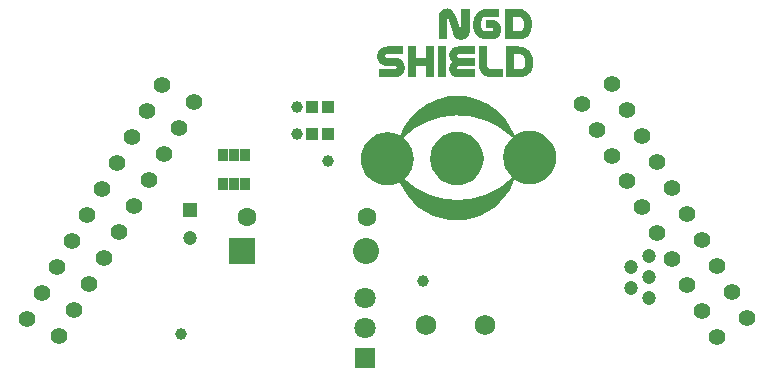
<source format=gts>
%FSLAX44Y44*%
%MOMM*%
G71*
G01*
G75*
G04 Layer_Color=8388736*
%ADD10C,0.2540*%
%ADD11R,0.6500X0.9000*%
%ADD12R,0.8000X0.9000*%
%ADD13C,1.2000*%
%ADD14C,0.8000*%
%ADD15C,0.7000*%
%ADD16C,0.2000*%
%ADD17C,1.4000*%
%ADD18C,2.0000*%
%ADD19R,2.0000X2.0000*%
%ADD20C,1.5240*%
%ADD21R,1.0000X1.0000*%
%ADD22C,1.0000*%
%ADD23C,1.6000*%
%ADD24R,1.6000X1.6000*%
%ADD25C,1.2000*%
%ADD26C,0.8000*%
%ADD27O,0.6000X2.2000*%
%ADD28R,0.9000X0.8000*%
%ADD29C,0.5000*%
%ADD30C,0.2500*%
%ADD31C,0.0250*%
%ADD32C,0.4000*%
%ADD33C,0.1500*%
%ADD34R,0.8000X2.8000*%
%ADD35R,0.8532X1.1032*%
%ADD36R,1.0032X1.1032*%
%ADD37C,1.6032*%
%ADD38C,2.2032*%
%ADD39R,2.2032X2.2032*%
%ADD40C,1.7272*%
%ADD41R,1.2032X1.2032*%
%ADD42C,1.2032*%
%ADD43C,1.8032*%
%ADD44R,1.8032X1.8032*%
%ADD45C,1.4032*%
%ADD46C,1.0032*%
G36*
X47878Y263900D02*
X41155D01*
Y289958D01*
X47878D01*
Y263900D01*
D02*
G37*
G36*
X72530Y283235D02*
X58820D01*
X58556Y283190D01*
X58249Y283059D01*
X57941Y282795D01*
X57897Y282707D01*
X57765Y282487D01*
X57589Y282180D01*
X57545Y281784D01*
Y281740D01*
Y281696D01*
X57589Y281433D01*
X57677Y281081D01*
X57897Y280730D01*
X57985Y280686D01*
X58161Y280554D01*
X58512Y280378D01*
X58952Y280334D01*
X72530D01*
Y273611D01*
X58820D01*
X58556Y273567D01*
X58249Y273435D01*
X57941Y273172D01*
X57897Y273084D01*
X57765Y272908D01*
X57589Y272557D01*
X57545Y272117D01*
Y272073D01*
Y272029D01*
X57589Y271722D01*
X57721Y271370D01*
X57941Y271019D01*
X58029Y270975D01*
X58205Y270843D01*
X58556Y270667D01*
X58952Y270623D01*
X72530D01*
Y263900D01*
X57677D01*
X57370Y263944D01*
X56930Y263988D01*
X56447Y264032D01*
X55920Y264164D01*
X55392Y264296D01*
X54865Y264471D01*
X54821Y264515D01*
X54645Y264603D01*
X54382Y264735D01*
X54074Y264911D01*
X53723Y265130D01*
X53327Y265438D01*
X52976Y265746D01*
X52624Y266097D01*
X52580Y266141D01*
X52492Y266273D01*
X52316Y266493D01*
X52141Y266756D01*
X51921Y267108D01*
X51701Y267547D01*
X51481Y267987D01*
X51262Y268470D01*
Y268514D01*
X51174Y268734D01*
X51130Y268997D01*
X51042Y269349D01*
X50954Y269788D01*
X50866Y270272D01*
X50822Y270799D01*
X50778Y271370D01*
Y271414D01*
Y271502D01*
Y271634D01*
X50822Y271810D01*
X50866Y272293D01*
X50954Y272820D01*
Y272864D01*
X50998Y272952D01*
X51042Y273128D01*
X51086Y273304D01*
X51262Y273787D01*
X51481Y274358D01*
Y274402D01*
X51569Y274490D01*
X51657Y274666D01*
X51745Y274841D01*
X52053Y275325D01*
X52448Y275852D01*
X52492Y275896D01*
X52536Y275984D01*
X52668Y276116D01*
X52844Y276248D01*
X53239Y276643D01*
X53766Y277039D01*
X53679Y277083D01*
X53503Y277214D01*
X53195Y277434D01*
X52844Y277742D01*
X52448Y278137D01*
X52097Y278577D01*
X51745Y279104D01*
X51438Y279675D01*
X51394Y279763D01*
X51350Y279939D01*
X51262Y280290D01*
X51130Y280730D01*
X50998Y281257D01*
X50910Y281828D01*
X50866Y282487D01*
X50822Y283147D01*
Y283190D01*
Y283366D01*
X50866Y283630D01*
Y283981D01*
X50954Y284377D01*
X51042Y284816D01*
X51130Y285256D01*
X51306Y285739D01*
X51350Y285783D01*
X51394Y285959D01*
X51525Y286179D01*
X51701Y286486D01*
X52141Y287189D01*
X52756Y287892D01*
X52800Y287936D01*
X52931Y288068D01*
X53107Y288200D01*
X53371Y288420D01*
X53723Y288683D01*
X54074Y288903D01*
X54514Y289167D01*
X54997Y289386D01*
X55041Y289430D01*
X55216Y289474D01*
X55524Y289562D01*
X55876Y289694D01*
X56315Y289782D01*
X56798Y289870D01*
X57370Y289914D01*
X57985Y289958D01*
X72530D01*
Y283235D01*
D02*
G37*
G36*
X82636Y275325D02*
Y275281D01*
Y275237D01*
Y274973D01*
X82724Y274534D01*
X82812Y274051D01*
X82944Y273479D01*
X83164Y272908D01*
X83471Y272337D01*
X83867Y271854D01*
X83911Y271810D01*
X84086Y271678D01*
X84394Y271458D01*
X84789Y271238D01*
X85273Y271019D01*
X85888Y270799D01*
X86591Y270667D01*
X87426Y270623D01*
X95907D01*
Y263900D01*
X87074D01*
X86811Y263944D01*
X86547D01*
X85844Y263988D01*
X85053Y264076D01*
X84174Y264251D01*
X83295Y264427D01*
X82461Y264691D01*
X82417D01*
X82373Y264735D01*
X82109Y264823D01*
X81670Y265042D01*
X81186Y265262D01*
X80615Y265614D01*
X80000Y266009D01*
X79385Y266449D01*
X78813Y266976D01*
X78769Y267064D01*
X78594Y267240D01*
X78330Y267547D01*
X77979Y267987D01*
X77627Y268514D01*
X77275Y269129D01*
X76924Y269832D01*
X76616Y270579D01*
Y270623D01*
X76572Y270667D01*
Y270799D01*
X76528Y270931D01*
X76397Y271370D01*
X76265Y271985D01*
X76133Y272644D01*
X76045Y273479D01*
X75957Y274358D01*
X75913Y275325D01*
Y289958D01*
X82636D01*
Y275325D01*
D02*
G37*
G36*
X11494Y283235D02*
X-2216D01*
X-2479Y283190D01*
X-2787Y283059D01*
X-3095Y282795D01*
X-3138Y282707D01*
X-3270Y282487D01*
X-3446Y282180D01*
X-3490Y281784D01*
Y281740D01*
Y281696D01*
X-3446Y281433D01*
X-3314Y281081D01*
X-3095Y280730D01*
X-3007Y280686D01*
X-2831Y280554D01*
X-2479Y280378D01*
X-2084Y280334D01*
X4815D01*
X5079Y280290D01*
X5430D01*
X5826Y280246D01*
X6748Y280071D01*
X7759Y279851D01*
X8814Y279455D01*
X9824Y278972D01*
X10308Y278621D01*
X10747Y278269D01*
X10791Y278225D01*
X10835Y278181D01*
X10967Y278049D01*
X11099Y277873D01*
X11274Y277654D01*
X11494Y277434D01*
X11714Y277083D01*
X11934Y276731D01*
X12109Y276336D01*
X12329Y275896D01*
X12549Y275369D01*
X12725Y274841D01*
X12856Y274226D01*
X12988Y273567D01*
X13032Y272864D01*
X13076Y272117D01*
Y272073D01*
Y271941D01*
Y271722D01*
X13032Y271458D01*
X12988Y271106D01*
X12944Y270711D01*
X12812Y269832D01*
X12505Y268822D01*
X12109Y267811D01*
X11846Y267283D01*
X11538Y266844D01*
X11187Y266361D01*
X10791Y265965D01*
X10747D01*
X10703Y265877D01*
X10572Y265790D01*
X10352Y265658D01*
X10132Y265482D01*
X9868Y265306D01*
X9517Y265130D01*
X9121Y264955D01*
X8682Y264735D01*
X8199Y264559D01*
X7671Y264383D01*
X7100Y264208D01*
X6485Y264076D01*
X5826Y263988D01*
X5079Y263944D01*
X4332Y263900D01*
X-9027D01*
Y270623D01*
X5210D01*
X5430Y270667D01*
X5694Y270799D01*
X5957Y271019D01*
X6001Y271106D01*
X6133Y271326D01*
X6265Y271678D01*
X6309Y272117D01*
Y272161D01*
Y272205D01*
Y272249D01*
X6265Y272513D01*
X6177Y272864D01*
X5957Y273172D01*
X5914Y273260D01*
X5738Y273391D01*
X5474Y273523D01*
X5123Y273611D01*
X-1908D01*
X-2348Y273655D01*
X-2919Y273699D01*
X-3578Y273787D01*
X-4237Y273919D01*
X-4940Y274095D01*
X-5599Y274358D01*
X-5687Y274402D01*
X-5863Y274490D01*
X-6170Y274666D01*
X-6522Y274886D01*
X-6961Y275149D01*
X-7401Y275457D01*
X-7840Y275852D01*
X-8280Y276248D01*
X-8324Y276292D01*
X-8455Y276467D01*
X-8631Y276687D01*
X-8851Y276995D01*
X-9071Y277390D01*
X-9334Y277830D01*
X-9554Y278313D01*
X-9774Y278840D01*
Y278928D01*
X-9862Y279104D01*
X-9905Y279412D01*
X-9993Y279763D01*
X-10081Y280246D01*
X-10125Y280730D01*
X-10213Y281828D01*
Y281916D01*
Y282092D01*
X-10169Y282400D01*
Y282839D01*
X-10081Y283278D01*
X-9993Y283806D01*
X-9905Y284377D01*
X-9730Y284904D01*
X-9686Y284992D01*
X-9642Y285168D01*
X-9510Y285432D01*
X-9334Y285783D01*
X-9158Y286179D01*
X-8895Y286618D01*
X-8543Y287057D01*
X-8192Y287497D01*
X-8148Y287541D01*
X-8016Y287673D01*
X-7752Y287892D01*
X-7445Y288156D01*
X-7049Y288420D01*
X-6610Y288727D01*
X-6083Y289035D01*
X-5467Y289298D01*
X-5379Y289342D01*
X-5160Y289386D01*
X-4808Y289518D01*
X-4325Y289650D01*
X-3754Y289738D01*
X-3095Y289870D01*
X-2348Y289914D01*
X-1513Y289958D01*
X11494D01*
Y283235D01*
D02*
G37*
G36*
X49565Y322089D02*
X50004Y322046D01*
X50531Y321914D01*
X51191Y321738D01*
X51894Y321430D01*
X52641Y321035D01*
X53344Y320463D01*
X53388D01*
X53432Y320376D01*
X53651Y320156D01*
X54003Y319760D01*
X54398Y319277D01*
X54882Y318618D01*
X55365Y317827D01*
X55804Y316904D01*
X56200Y315850D01*
X60462Y302711D01*
Y302667D01*
X60550Y302579D01*
X60638Y302447D01*
X60770Y302403D01*
X60814D01*
X60902Y302447D01*
X60989Y302579D01*
X61034Y302843D01*
Y321914D01*
X68020D01*
Y302711D01*
Y302623D01*
Y302447D01*
X67976Y302140D01*
X67932Y301744D01*
X67888Y301305D01*
X67801Y300821D01*
X67625Y300294D01*
X67449Y299811D01*
X67405Y299767D01*
X67361Y299591D01*
X67229Y299327D01*
X67053Y299020D01*
X66834Y298668D01*
X66526Y298317D01*
X66219Y297921D01*
X65867Y297570D01*
X65823Y297526D01*
X65691Y297438D01*
X65472Y297262D01*
X65208Y297043D01*
X64856Y296823D01*
X64461Y296603D01*
X64022Y296383D01*
X63538Y296164D01*
X63494D01*
X63319Y296076D01*
X63055Y296032D01*
X62703Y295944D01*
X62264Y295856D01*
X61781Y295768D01*
X61209Y295724D01*
X60638Y295680D01*
X60418D01*
X60243Y295724D01*
X59803Y295768D01*
X59276Y295856D01*
X58617Y296032D01*
X57958Y296252D01*
X57255Y296603D01*
X56551Y297043D01*
X56463Y297086D01*
X56244Y297306D01*
X55936Y297614D01*
X55541Y298053D01*
X55101Y298580D01*
X54662Y299284D01*
X54266Y300075D01*
X53915Y300953D01*
X49345Y315059D01*
Y315103D01*
X49301Y315234D01*
X49213Y315322D01*
X49037Y315366D01*
X48993D01*
X48949Y315322D01*
X48861Y315234D01*
X48818Y315015D01*
Y295900D01*
X41831D01*
Y315059D01*
Y315147D01*
Y315322D01*
X41875Y315630D01*
X41919Y316025D01*
X41963Y316465D01*
X42050Y316948D01*
X42182Y317475D01*
X42358Y317959D01*
X42402Y318003D01*
X42446Y318179D01*
X42578Y318442D01*
X42754Y318750D01*
X42973Y319101D01*
X43237Y319453D01*
X43896Y320200D01*
X43940Y320244D01*
X44072Y320332D01*
X44292Y320508D01*
X44555Y320727D01*
X44907Y320947D01*
X45346Y321167D01*
X45786Y321386D01*
X46269Y321606D01*
X46313Y321650D01*
X46489Y321694D01*
X46796Y321782D01*
X47148Y321870D01*
X47587Y321958D01*
X48071Y322046D01*
X48598Y322133D01*
X49389D01*
X49565Y322089D01*
D02*
G37*
G36*
X92847Y315234D02*
X81862D01*
X81598Y315191D01*
X81247Y315147D01*
X80763Y315059D01*
X80236Y314839D01*
X79709Y314575D01*
X79226Y314224D01*
X78786Y313696D01*
X78742Y313609D01*
X78610Y313433D01*
X78435Y313037D01*
X78259Y312510D01*
X78083Y311851D01*
X77907Y311016D01*
X77775Y310005D01*
X77731Y309434D01*
Y308819D01*
Y308731D01*
Y308555D01*
X77775Y308248D01*
X77819Y307852D01*
X77863Y307369D01*
X77951Y306842D01*
X78083Y306314D01*
X78259Y305743D01*
X78478Y305128D01*
X78742Y304601D01*
X79094Y304073D01*
X79489Y303590D01*
X79973Y303194D01*
X80544Y302887D01*
X81159Y302711D01*
X81906Y302623D01*
X86959D01*
X87179Y302667D01*
X87443Y302799D01*
X87706Y303062D01*
Y303106D01*
X87750Y303150D01*
X87926Y303370D01*
X88058Y303722D01*
X88102Y304117D01*
Y304161D01*
Y304205D01*
X88058Y304469D01*
X87926Y304820D01*
X87706Y305216D01*
Y305260D01*
X87662Y305304D01*
X87487Y305479D01*
X87223Y305655D01*
X87047Y305743D01*
X81818D01*
Y312466D01*
X87311D01*
X87618Y312422D01*
X88058Y312378D01*
X88497Y312290D01*
X89024Y312159D01*
X89552Y311983D01*
X90079Y311763D01*
X90123Y311719D01*
X90343Y311631D01*
X90606Y311499D01*
X90914Y311280D01*
X91309Y311016D01*
X91749Y310708D01*
X92144Y310313D01*
X92540Y309918D01*
X92584Y309874D01*
X92716Y309698D01*
X92891Y309478D01*
X93155Y309170D01*
X93419Y308775D01*
X93682Y308336D01*
X93946Y307808D01*
X94210Y307281D01*
X94254Y307237D01*
X94298Y307017D01*
X94385Y306754D01*
X94517Y306358D01*
X94649Y305919D01*
X94737Y305435D01*
X94781Y304908D01*
X94825Y304337D01*
Y304249D01*
Y304029D01*
X94781Y303678D01*
X94737Y303238D01*
X94649Y302711D01*
X94561Y302140D01*
X94385Y301525D01*
X94166Y300953D01*
X94122Y300909D01*
X94034Y300690D01*
X93902Y300426D01*
X93726Y300075D01*
X93463Y299635D01*
X93199Y299196D01*
X92847Y298756D01*
X92452Y298317D01*
X92408Y298273D01*
X92276Y298141D01*
X92013Y297921D01*
X91749Y297702D01*
X91354Y297394D01*
X90914Y297130D01*
X90475Y296823D01*
X89947Y296559D01*
X89903Y296515D01*
X89728Y296471D01*
X89420Y296383D01*
X89068Y296252D01*
X88629Y296120D01*
X88146Y296032D01*
X87575Y295944D01*
X87003Y295900D01*
X82653D01*
X82433Y295944D01*
X82170D01*
X81862Y295988D01*
X81115Y296120D01*
X80192Y296295D01*
X79181Y296603D01*
X78083Y296999D01*
X76984Y297526D01*
X75886Y298229D01*
X75315Y298624D01*
X74787Y299064D01*
X74260Y299547D01*
X73777Y300118D01*
X73293Y300734D01*
X72898Y301349D01*
X72458Y302096D01*
X72107Y302843D01*
X71799Y303678D01*
X71536Y304601D01*
X71316Y305567D01*
X71140Y306578D01*
X71052Y307676D01*
X71008Y308863D01*
Y308995D01*
Y309039D01*
Y309126D01*
Y309302D01*
X71052Y309566D01*
Y309830D01*
X71096Y310181D01*
X71140Y310577D01*
X71228Y311016D01*
X71404Y311983D01*
X71667Y313081D01*
X72063Y314268D01*
X72546Y315498D01*
X73205Y316684D01*
X73996Y317871D01*
X74480Y318398D01*
X74963Y318969D01*
X75534Y319453D01*
X76106Y319936D01*
X76765Y320376D01*
X77512Y320771D01*
X78259Y321123D01*
X79094Y321386D01*
X79973Y321650D01*
X80895Y321826D01*
X81906Y321914D01*
X83005Y321958D01*
X92847D01*
Y315234D01*
D02*
G37*
G36*
X109370Y321914D02*
X109633D01*
X109941Y321870D01*
X110732Y321738D01*
X111611Y321562D01*
X112621Y321255D01*
X113720Y320859D01*
X114818Y320332D01*
X115917Y319629D01*
X116488Y319233D01*
X117016Y318794D01*
X117543Y318266D01*
X118026Y317739D01*
X118510Y317124D01*
X118949Y316465D01*
X119345Y315762D01*
X119696Y314971D01*
X120004Y314136D01*
X120267Y313257D01*
X120487Y312290D01*
X120663Y311236D01*
X120751Y310137D01*
X120795Y308951D01*
Y308863D01*
Y308643D01*
Y308336D01*
X120751Y307852D01*
X120707Y307325D01*
X120619Y306710D01*
X120531Y306007D01*
X120399Y305260D01*
X120267Y304469D01*
X120048Y303634D01*
X119784Y302843D01*
X119520Y302008D01*
X119125Y301217D01*
X118729Y300470D01*
X118246Y299767D01*
X117719Y299108D01*
X117675Y299064D01*
X117587Y298976D01*
X117411Y298800D01*
X117147Y298624D01*
X116840Y298361D01*
X116444Y298097D01*
X116005Y297789D01*
X115478Y297526D01*
X114862Y297218D01*
X114203Y296911D01*
X113456Y296647D01*
X112665Y296383D01*
X111830Y296208D01*
X110864Y296032D01*
X109853Y295944D01*
X108798Y295900D01*
X97857D01*
Y321958D01*
X109150D01*
X109370Y321914D01*
D02*
G37*
G36*
X61694Y217111D02*
X65916Y215830D01*
X69807Y213750D01*
X73218Y210951D01*
X76017Y207540D01*
X78097Y203649D01*
X79378Y199427D01*
X79811Y195035D01*
X79378Y190644D01*
X78097Y186422D01*
X76017Y182530D01*
X73218Y179120D01*
X69807Y176320D01*
X65916Y174240D01*
X61694Y172960D01*
X57302Y172527D01*
X52911Y172960D01*
X48689Y174240D01*
X44797Y176320D01*
X41387Y179120D01*
X38587Y182530D01*
X36507Y186422D01*
X35227Y190644D01*
X34794Y195035D01*
X35227Y199427D01*
X36507Y203649D01*
X38587Y207540D01*
X41387Y210951D01*
X44797Y213750D01*
X48689Y215830D01*
X52911Y217111D01*
X57302Y217544D01*
X61694Y217111D01*
D02*
G37*
G36*
X64468Y247621D02*
X71117Y246299D01*
X77537Y244119D01*
X83617Y241121D01*
X89254Y237354D01*
X94351Y232884D01*
X98821Y227787D01*
X102588Y222150D01*
X105586Y216070D01*
X105732Y215639D01*
X105655Y215608D01*
X105853Y215131D01*
X105449Y214156D01*
X105183Y214046D01*
X105177Y214055D01*
X105036Y213715D01*
X104061Y213311D01*
X103130Y213697D01*
X103190Y213760D01*
X103203Y213774D01*
X99272Y217286D01*
X93219Y221582D01*
X86722Y225172D01*
X79864Y228013D01*
X72731Y230068D01*
X65413Y231311D01*
X58002Y231727D01*
X50591Y231311D01*
X43273Y230068D01*
X36141Y228013D01*
X29283Y225172D01*
X22786Y221582D01*
X16732Y217286D01*
X11765Y212847D01*
X14318Y210751D01*
X17117Y207340D01*
X19197Y203449D01*
X20478Y199227D01*
X20911Y194835D01*
X20478Y190444D01*
X19197Y186222D01*
X17117Y182330D01*
X14318Y178920D01*
X12769Y177648D01*
X16532Y174285D01*
X22586Y169989D01*
X29083Y166399D01*
X35941Y163558D01*
X43073Y161503D01*
X50391Y160260D01*
X57802Y159844D01*
X65213Y160260D01*
X72531Y161503D01*
X79664Y163558D01*
X86522Y166399D01*
X93019Y169989D01*
X99072Y174285D01*
X104304Y178960D01*
X102946Y180075D01*
X100147Y183486D01*
X98067Y187377D01*
X96786Y191599D01*
X96353Y195990D01*
X96786Y200382D01*
X98067Y204604D01*
X100147Y208495D01*
X102946Y211906D01*
X106357Y214706D01*
X110248Y216785D01*
X114471Y218066D01*
X118862Y218499D01*
X123253Y218066D01*
X127475Y216785D01*
X131367Y214706D01*
X134777Y211906D01*
X137577Y208495D01*
X139657Y204604D01*
X140938Y200382D01*
X141370Y195990D01*
X140938Y191599D01*
X139657Y187377D01*
X137577Y183486D01*
X134777Y180075D01*
X131367Y177275D01*
X127475Y175195D01*
X123253Y173915D01*
X118862Y173482D01*
X114471Y173915D01*
X110248Y175195D01*
X106357Y177275D01*
X106297Y177324D01*
X105765Y176849D01*
X105728Y176886D01*
X104986Y174701D01*
X101988Y168621D01*
X98221Y162984D01*
X93751Y157887D01*
X88654Y153417D01*
X83017Y149650D01*
X76937Y146651D01*
X70517Y144472D01*
X63868Y143150D01*
X57102Y142706D01*
X50337Y143150D01*
X43688Y144472D01*
X37268Y146651D01*
X31188Y149650D01*
X25551Y153417D01*
X20454Y157887D01*
X15983Y162984D01*
X12217Y168621D01*
X9218Y174701D01*
X9072Y175132D01*
X9149Y175163D01*
X9143Y175177D01*
X7016Y174040D01*
X2794Y172760D01*
X-1598Y172327D01*
X-5989Y172760D01*
X-10211Y174040D01*
X-14103Y176120D01*
X-17513Y178920D01*
X-20313Y182330D01*
X-22393Y186222D01*
X-23674Y190444D01*
X-24106Y194835D01*
X-23674Y199227D01*
X-22393Y203449D01*
X-20313Y207340D01*
X-17513Y210751D01*
X-14103Y213550D01*
X-10211Y215630D01*
X-5989Y216911D01*
X-1598Y217344D01*
X2794Y216911D01*
X7016Y215630D01*
X9262Y214430D01*
X9818Y216070D01*
X12817Y222150D01*
X16583Y227787D01*
X21054Y232884D01*
X26151Y237354D01*
X31788Y241121D01*
X37868Y244119D01*
X44288Y246299D01*
X50937Y247621D01*
X57702Y248065D01*
X64468Y247621D01*
D02*
G37*
G36*
X37815Y263900D02*
X31092D01*
Y273655D01*
X22831D01*
Y263900D01*
X16108D01*
Y289958D01*
X22831D01*
Y280378D01*
X31092D01*
Y289958D01*
X37815D01*
Y263900D01*
D02*
G37*
G36*
X110408Y289914D02*
X110671D01*
X110979Y289870D01*
X111770Y289738D01*
X112649Y289562D01*
X113659Y289254D01*
X114758Y288859D01*
X115857Y288332D01*
X116955Y287629D01*
X117526Y287233D01*
X118054Y286794D01*
X118581Y286266D01*
X119064Y285739D01*
X119548Y285124D01*
X119987Y284465D01*
X120382Y283762D01*
X120734Y282971D01*
X121042Y282136D01*
X121305Y281257D01*
X121525Y280290D01*
X121701Y279236D01*
X121789Y278137D01*
X121833Y276951D01*
Y276863D01*
Y276643D01*
Y276336D01*
X121789Y275852D01*
X121745Y275325D01*
X121657Y274710D01*
X121569Y274007D01*
X121437Y273260D01*
X121305Y272469D01*
X121086Y271634D01*
X120822Y270843D01*
X120558Y270008D01*
X120163Y269217D01*
X119767Y268470D01*
X119284Y267767D01*
X118757Y267108D01*
X118713Y267064D01*
X118625Y266976D01*
X118449Y266800D01*
X118185Y266624D01*
X117878Y266361D01*
X117482Y266097D01*
X117043Y265790D01*
X116516Y265526D01*
X115900Y265218D01*
X115241Y264911D01*
X114494Y264647D01*
X113703Y264383D01*
X112868Y264208D01*
X111902Y264032D01*
X110891Y263944D01*
X109836Y263900D01*
X98895D01*
Y289958D01*
X110188D01*
X110408Y289914D01*
D02*
G37*
%LPC*%
G36*
X105171Y214064D02*
X105177Y214055D01*
X105179Y214060D01*
X105171Y214064D01*
D02*
G37*
G36*
X105719Y176895D02*
X105728Y176886D01*
X105730Y176891D01*
X105719Y176895D01*
D02*
G37*
G36*
X110891Y283235D02*
X105618D01*
Y270623D01*
X110979D01*
X111243Y270667D01*
X111594Y270711D01*
X112078Y270799D01*
X112605Y270975D01*
X113132Y271238D01*
X113615Y271634D01*
X114055Y272117D01*
X114099Y272205D01*
X114231Y272425D01*
X114406Y272776D01*
X114582Y273304D01*
X114758Y273963D01*
X114934Y274798D01*
X115065Y275808D01*
X115110Y276380D01*
Y276995D01*
Y277083D01*
Y277258D01*
X115065Y277566D01*
Y277961D01*
X114978Y278445D01*
X114890Y278972D01*
X114758Y279543D01*
X114582Y280115D01*
X114362Y280686D01*
X114099Y281257D01*
X113747Y281784D01*
X113352Y282268D01*
X112868Y282663D01*
X112297Y282971D01*
X111638Y283147D01*
X110891Y283235D01*
D02*
G37*
G36*
X109853Y315234D02*
X104580D01*
Y302623D01*
X109941D01*
X110205Y302667D01*
X110556Y302711D01*
X111039Y302799D01*
X111567Y302975D01*
X112094Y303238D01*
X112577Y303634D01*
X113017Y304117D01*
X113061Y304205D01*
X113193Y304425D01*
X113368Y304776D01*
X113544Y305304D01*
X113720Y305963D01*
X113896Y306798D01*
X114028Y307808D01*
X114072Y308379D01*
Y308995D01*
Y309083D01*
Y309258D01*
X114028Y309566D01*
Y309961D01*
X113940Y310445D01*
X113852Y310972D01*
X113720Y311543D01*
X113544Y312115D01*
X113324Y312686D01*
X113061Y313257D01*
X112709Y313784D01*
X112314Y314268D01*
X111830Y314663D01*
X111259Y314971D01*
X110600Y315147D01*
X109853Y315234D01*
D02*
G37*
%LPD*%
D10*
X11743Y176881D02*
G03*
X105421Y178390I46059J49154D01*
G01*
X10330Y175640D02*
G03*
X104564Y177446I46772J18895D01*
G01*
X104474Y215131D02*
G03*
X10241Y213325I-46772J-18895D01*
G01*
X104061Y214690D02*
G03*
X10384Y213181I-46059J-49154D01*
G01*
D35*
X-121790Y173860D02*
D03*
X-131290D02*
D03*
X-140790D02*
D03*
Y197860D02*
D03*
X-131290D02*
D03*
X-121790D02*
D03*
D36*
X-51470Y238950D02*
D03*
X-65470D02*
D03*
Y215450D02*
D03*
X-51470D02*
D03*
D37*
X-120610Y145680D02*
D03*
X-19010D02*
D03*
D38*
X-20030Y116540D02*
D03*
D39*
X-124630D02*
D03*
D40*
X80700Y54500D02*
D03*
X30700D02*
D03*
D41*
X-168900Y151700D02*
D03*
D42*
Y127700D02*
D03*
X219570Y112360D02*
D03*
X204970Y103360D02*
D03*
X219570Y94360D02*
D03*
X204970Y85355D02*
D03*
X219570Y76830D02*
D03*
D43*
X-20800Y76700D02*
D03*
Y51300D02*
D03*
D44*
Y25900D02*
D03*
D45*
X303242Y60293D02*
D03*
X290542Y82290D02*
D03*
X277842Y104288D02*
D03*
X265142Y126285D02*
D03*
X252442Y148282D02*
D03*
X239742Y170279D02*
D03*
X227042Y192276D02*
D03*
X214342Y214273D02*
D03*
X201642Y236270D02*
D03*
X188942Y258267D02*
D03*
X163105Y241618D02*
D03*
X175805Y219621D02*
D03*
X188505Y197624D02*
D03*
X201205Y175627D02*
D03*
X213905Y153630D02*
D03*
X226605Y131632D02*
D03*
X239305Y109635D02*
D03*
X252005Y87638D02*
D03*
X264705Y65641D02*
D03*
X277405Y43644D02*
D03*
X-279643Y44857D02*
D03*
X-266943Y66854D02*
D03*
X-254244Y88851D02*
D03*
X-241544Y110848D02*
D03*
X-228843Y132845D02*
D03*
X-216143Y154842D02*
D03*
X-203444Y176839D02*
D03*
X-190744Y198836D02*
D03*
X-178043Y220833D02*
D03*
X-165343Y242830D02*
D03*
X-192631Y256968D02*
D03*
X-205331Y234971D02*
D03*
X-218030Y212974D02*
D03*
X-230730Y190977D02*
D03*
X-243431Y168980D02*
D03*
X-256131Y146982D02*
D03*
X-268831Y124986D02*
D03*
X-281530Y102988D02*
D03*
X-294230Y80991D02*
D03*
X-306931Y58994D02*
D03*
D46*
X28580Y91770D02*
D03*
X-52000Y192600D02*
D03*
X-78270Y238950D02*
D03*
Y215450D02*
D03*
X-176500Y46400D02*
D03*
M02*

</source>
